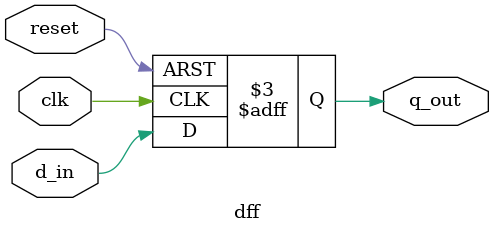
<source format=v>
module dff (
    input clk,
    input reset,
    input d_in,
    output reg q_out
);

    // 파형 기록을 위한 설정
    initial begin
        $dumpfile("dff_waveform.vcd");
        $dumpvars(0, dff);
    end

    always @(posedge clk or posedge reset) begin
        if (reset) begin
            q_out <= 1'b0;
        end
        else begin
            q_out <= d_in;
        end
    end
endmodule

</source>
